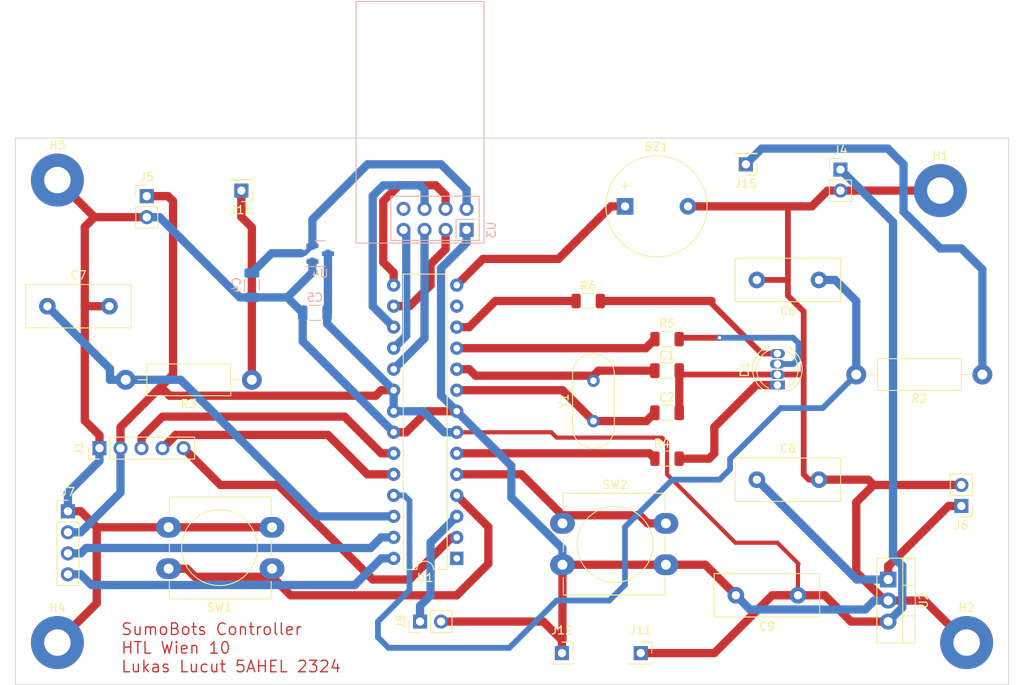
<source format=kicad_pcb>
(kicad_pcb (version 20211014) (generator pcbnew)
  (layers (0 "F.Cu" signal) (31 "B.Cu" signal) (34 "B.Paste" user) (35 "F.Paste" user) (36 "B.SilkS" user "B.Silkscreen") (37 "F.SilkS" user "F.Silkscreen") (38 "B.Mask" user) (39 "F.Mask" user) (44 "Edge.Cuts" user))
  (net 0 "")
  (net 1 "Net-(BZ1-Pad1)")
  (net 2 "Net-(C1-Pad1)")
  (net 4 "Net-(D1-Pad1)")
  (net 5 "Net-(C2-Pad1)")
  (net 6 "Net-(C7-Pad1)")
  (net 7 "Net-(C8-Pad1)")
  (net 8 "Net-(D1-Pad3)")
  (net 9 "Net-(D1-Pad4)")
  (net 10 "Net-(J8-Pad1)")
  (net 12 "+3V3")
  (net 13 "Net-(C6-Pad1)")
  (net 14 "Net-(J15-Pad1)")
  (net 15 "Net-(J1-Pad3)")
  (net 16 "Net-(J1-Pad4)")
  (net 17 "Net-(J1-Pad5)")
  (net 18 "/SDA")
  (net 19 "Net-(R3-Pad1)")
  (net 20 "/SCL")
  (net 21 "Net-(R4-Pad1)")
  (net 22 "Net-(R5-Pad1)")
  (net 23 "GND")
  (net 24 "Net-(R6-Pad1)")
  (net 25 "VCC")
  (net 26 "Net-(SW1-Pad1)")
  (net 27 "Net-(SW2-Pad1)")
  (net 28 "Net-(U1-Pad15)")
  (net 29 "Net-(U1-Pad16)")
  (net 30 "Net-(U1-Pad17)")
  (net 31 "Net-(U1-Pad18)")
  (net 32 "Net-(U1-Pad19)")
  (footprint "Capacitor_THT:C_Disc_D12.5mm_W5.0mm_P7.50mm" (layer "F.Cu") (at 177.105 137.795 180)
    (fp_text reference "C9" (at 3.75 -3.75) (layer "F.SilkS"))
    (fp_text value "100n")
    (pad "1" thru_hole circle (at 0 0 180) (size 2 2) (drill 1) (layers *.Cu *.Mask) (net 25 "VCC"))
    (pad "2" thru_hole circle (at 7.5 0 180) (size 2 2) (drill 1) (layers *.Cu *.Mask) (net 23 "GND"))
  )
  (footprint "Connector_PinSocket_2.54mm:PinSocket_1x01_P2.54mm_Vertical" (layer "F.Cu") (at 148.59 144.78)
    (fp_text reference "J12" (at 0 -2.77) (layer "F.SilkS"))
    (fp_text value "GND")
    (pad "1" thru_hole rect (at 0 0) (size 1.7 1.7) (drill 1) (layers *.Cu *.Mask) (net 23 "GND"))
  )
  (footprint "Button_Switch_THT:SW_PUSH-12mm_Wuerth-430476085716" (layer "F.Cu") (at 148.655 129.105)
    (fp_text reference "SW2" (at 6.35 -4.66) (layer "F.SilkS"))
    (fp_text value "SW_Push")
    (pad "1" thru_hole oval (at 0 0) (size 3 2.5) (drill 1.2) (layers *.Cu *.Mask) (net 27 "Net-(SW2-Pad1)"))
    (pad "1" thru_hole oval (at 12.5 0) (size 3 2.5) (drill 1.2) (layers *.Cu *.Mask) (net 27 "Net-(SW2-Pad1)"))
    (pad "2" thru_hole oval (at 0 5) (size 3 2.5) (drill 1.2) (layers *.Cu *.Mask) (net 23 "GND"))
    (pad "2" thru_hole oval (at 12.5 5) (size 3 2.5) (drill 1.2) (layers *.Cu *.Mask) (net 23 "GND"))
  )
  (footprint "Capacitor_THT:C_Disc_D12.5mm_W5.0mm_P7.50mm" (layer "F.Cu") (at 179.645 99.695 180)
    (fp_text reference "C6" (at 3.75 -3.75) (layer "F.SilkS"))
    (fp_text value "560n")
    (pad "1" thru_hole circle (at 0 0 180) (size 2 2) (drill 1) (layers *.Cu *.Mask) (net 13 "Net-(C6-Pad1)"))
    (pad "2" thru_hole circle (at 7.5 0 180) (size 2 2) (drill 1) (layers *.Cu *.Mask) (net 23 "GND"))
  )
  (footprint "Package_TO_SOT_THT:TO-220-3_Vertical" (layer "F.Cu") (at 188.01 135.89 -90)
    (fp_text reference "U2" (at 2.54 -4.27 90) (layer "F.SilkS"))
    (fp_text value "LM7805_TO220")
    (pad "1" thru_hole rect (at 0 0 270) (size 1.905 2) (drill 1.1) (layers *.Cu *.Mask) (net 7 "Net-(C8-Pad1)"))
    (pad "2" thru_hole oval (at 2.54 0 270) (size 1.905 2) (drill 1.1) (layers *.Cu *.Mask) (net 23 "GND"))
    (pad "3" thru_hole oval (at 5.08 0 270) (size 1.905 2) (drill 1.1) (layers *.Cu *.Mask) (net 25 "VCC"))
  )
  (footprint "MountingHole:MountingHole_3.2mm_M3_Pad" (layer "F.Cu") (at 194.31 88.9)
    (fp_text reference "H1" (at 0 -4.2) (layer "F.SilkS"))
    (fp_text value "MountingHole_Pad")
    (pad "1" thru_hole circle (at 0 0) (size 6.4 6.4) (drill 3.2) (layers *.Cu *.Mask) (net 23 "GND"))
  )
  (footprint "Buzzer_Beeper:Buzzer_12x9.5RM7.6" (layer "F.Cu") (at 156.22 90.805)
    (fp_text reference "BZ1" (at 3.8 -7.2) (layer "F.SilkS"))
    (fp_text value "Buzzer")
    (fp_text user "+" (at -0.01 -2.54) (layer "F.SilkS"))
    (pad "1" thru_hole rect (at 0 0) (size 2 2) (drill 1) (layers *.Cu *.Mask) (net 1 "Net-(BZ1-Pad1)"))
    (pad "2" thru_hole circle (at 7.6 0) (size 2 2) (drill 1) (layers *.Cu *.Mask) (net 23 "GND"))
  )
  (footprint "Connector_PinHeader_2.54mm:PinHeader_1x02_P2.54mm_Vertical" (layer "F.Cu") (at 98.425 89.57)
    (fp_text reference "J5" (at 0 -2.33) (layer "F.SilkS"))
    (fp_text value "Vcc_Reverse")
    (pad "1" thru_hole rect (at 0 0) (size 1.7 1.7) (drill 1) (layers *.Cu *.Mask) (net 25 "VCC"))
    (pad "2" thru_hole oval (at 0 2.54) (size 1.7 1.7) (drill 1) (layers *.Cu *.Mask) (net 23 "GND"))
  )
  (footprint "Resistor_THT:R_Axial_DIN0411_L9.9mm_D3.6mm_P15.24mm_Horizontal" (layer "F.Cu") (at 111.125 111.76 180)
    (fp_text reference "R3" (at 7.62 -2.92) (layer "F.SilkS"))
    (fp_text value "1k")
    (pad "1" thru_hole circle (at 0 0 180) (size 2.4 2.4) (drill 1.2) (layers *.Cu *.Mask) (net 19 "Net-(R3-Pad1)"))
    (pad "2" thru_hole oval (at 15.24 0 180) (size 2.4 2.4) (drill 1.2) (layers *.Cu *.Mask) (net 6 "Net-(C7-Pad1)"))
  )
  (footprint "Connector_PinHeader_2.54mm:PinHeader_1x02_P2.54mm_Vertical" (layer "F.Cu") (at 196.85 127.005 180)
    (fp_text reference "J6" (at 0 -2.33) (layer "F.SilkS"))
    (fp_text value "9V_Connector")
    (pad "1" thru_hole rect (at 0 0 180) (size 1.7 1.7) (drill 1) (layers *.Cu *.Mask) (net 7 "Net-(C8-Pad1)"))
    (pad "2" thru_hole oval (at 0 2.54 180) (size 1.7 1.7) (drill 1) (layers *.Cu *.Mask) (net 23 "GND"))
  )
  (footprint "Resistor_THT:R_Axial_DIN0411_L9.9mm_D3.6mm_P15.24mm_Horizontal" (layer "F.Cu") (at 199.39 111.125 180)
    (fp_text reference "R2" (at 7.62 -2.92) (layer "F.SilkS"))
    (fp_text value "1k")
    (pad "1" thru_hole circle (at 0 0 180) (size 2.4 2.4) (drill 1.2) (layers *.Cu *.Mask) (net 14 "Net-(J15-Pad1)"))
    (pad "2" thru_hole oval (at 15.24 0 180) (size 2.4 2.4) (drill 1.2) (layers *.Cu *.Mask) (net 13 "Net-(C6-Pad1)"))
  )
  (footprint "Connector_PinHeader_2.54mm:PinHeader_1x01_P2.54mm_Vertical" (layer "F.Cu") (at 109.855 88.9 180)
    (fp_text reference "J16" (at 0 -2.33) (layer "F.SilkS"))
    (fp_text value "Reserve_Trigger")
    (pad "1" thru_hole rect (at 0 0 180) (size 1.7 1.7) (drill 1) (layers *.Cu *.Mask) (net 19 "Net-(R3-Pad1)"))
  )
  (footprint "LED_THT:LED_D5.0mm-4_RGB" (layer "F.Cu") (at 174.625 112.395 90)
    (fp_text reference "D1" (at 1.905 -3.96 90) (layer "F.SilkS"))
    (fp_text value "APA-106-F5")
    (pad "1" thru_hole rect (at 0 0 90) (size 1.07 1.8) (drill 0.9) (layers *.Cu *.Mask) (net 4 "Net-(D1-Pad1)"))
    (pad "2" thru_hole oval (at 1.27 0 90) (size 1.07 1.8) (drill 0.9) (layers *.Cu *.Mask) (net 23 "GND"))
    (pad "3" thru_hole oval (at 2.54 0 90) (size 1.07 1.8) (drill 0.9) (layers *.Cu *.Mask) (net 8 "Net-(D1-Pad3)"))
    (pad "4" thru_hole oval (at 3.81 0 90) (size 1.07 1.8) (drill 0.9) (layers *.Cu *.Mask) (net 9 "Net-(D1-Pad4)"))
  )
  (footprint "Connector_PinHeader_2.54mm:PinHeader_1x04_P2.54mm_Vertical" (layer "F.Cu") (at 88.9 127.645)
    (fp_text reference "J7" (at 0 -2.33) (layer "F.SilkS"))
    (fp_text value "I2C_LCD_Display")
    (pad "1" thru_hole rect (at 0 0) (size 1.7 1.7) (drill 1) (layers *.Cu *.Mask) (net 23 "GND"))
    (pad "2" thru_hole oval (at 0 2.54) (size 1.7 1.7) (drill 1) (layers *.Cu *.Mask) (net 25 "VCC"))
    (pad "3" thru_hole oval (at 0 5.08) (size 1.7 1.7) (drill 1) (layers *.Cu *.Mask) (net 18 "/SDA"))
    (pad "4" thru_hole oval (at 0 7.62) (size 1.7 1.7) (drill 1) (layers *.Cu *.Mask) (net 20 "/SCL"))
  )
  (footprint "Resistor_SMD:R_1206_3216Metric" (layer "F.Cu") (at 161.29 106.845)
    (fp_text reference "R5" (at 0 -1.905) (layer "F.SilkS"))
    (fp_text value "330E")
    (pad "1" smd roundrect (at -1.4625 0) (size 1.125 1.75) (layers "F.Cu" "F.Paste" "F.Mask") (roundrect_rratio 0.2222222222) (net 22 "Net-(R5-Pad1)"))
    (pad "2" smd roundrect (at 1.4625 0) (size 1.125 1.75) (layers "F.Cu" "F.Paste" "F.Mask") (roundrect_rratio 0.2222222222) (net 8 "Net-(D1-Pad3)"))
  )
  (footprint "Capacitor_SMD:C_1206_3216Metric" (layer "F.Cu") (at 161.29 110.655)
    (fp_text reference "C1" (at 0 -1.85) (layer "F.SilkS"))
    (fp_text value "22p")
    (pad "1" smd roundrect (at -1.475 0) (size 1.15 1.8) (layers "F.Cu" "F.Paste" "F.Mask") (roundrect_rratio 0.2173913043) (net 2 "Net-(C1-Pad1)"))
    (pad "2" smd roundrect (at 1.475 0) (size 1.15 1.8) (layers "F.Cu" "F.Paste" "F.Mask") (roundrect_rratio 0.2173913043) (net 23 "GND"))
  )
  (footprint "Resistor_SMD:R_1206_3216Metric" (layer "F.Cu") (at 161.29 121.285)
    (fp_text reference "R4" (at -0.635 -1.82) (layer "F.SilkS"))
    (fp_text value "330E")
    (pad "1" smd roundrect (at -1.4625 0) (size 1.125 1.75) (layers "F.Cu" "F.Paste" "F.Mask") (roundrect_rratio 0.2222222222) (net 21 "Net-(R4-Pad1)"))
    (pad "2" smd roundrect (at 1.4625 0) (size 1.125 1.75) (layers "F.Cu" "F.Paste" "F.Mask") (roundrect_rratio 0.2222222222) (net 4 "Net-(D1-Pad1)"))
  )
  (footprint "MountingHole:MountingHole_3.2mm_M3_Pad" (layer "F.Cu") (at 87.63 143.51)
    (fp_text reference "H4" (at 0 -4.2) (layer "F.SilkS"))
    (fp_text value "MountingHole_Pad")
    (pad "1" thru_hole circle (at 0 0) (size 6.4 6.4) (drill 3.2) (layers *.Cu *.Mask) (net 23 "GND"))
  )
  (footprint "Capacitor_SMD:C_1206_3216Metric" (layer "F.Cu") (at 161.29 115.735)
    (fp_text reference "C2" (at 0 -1.85) (layer "F.SilkS"))
    (fp_text value "22p")
    (pad "1" smd roundrect (at -1.475 0) (size 1.15 1.8) (layers "F.Cu" "F.Paste" "F.Mask") (roundrect_rratio 0.2173913043) (net 5 "Net-(C2-Pad1)"))
    (pad "2" smd roundrect (at 1.475 0) (size 1.15 1.8) (layers "F.Cu" "F.Paste" "F.Mask") (roundrect_rratio 0.2173913043) (net 23 "GND"))
  )
  (footprint "Button_Switch_THT:SW_PUSH-12mm_Wuerth-430476085716" (layer "F.Cu") (at 113.565 134.58 180)
    (fp_text reference "SW1" (at 6.35 -4.66) (layer "F.SilkS"))
    (fp_text value "SW_Push")
    (pad "1" thru_hole oval (at 0 0 180) (size 3 2.5) (drill 1.2) (layers *.Cu *.Mask) (net 26 "Net-(SW1-Pad1)"))
    (pad "1" thru_hole oval (at 12.5 0 180) (size 3 2.5) (drill 1.2) (layers *.Cu *.Mask) (net 26 "Net-(SW1-Pad1)"))
    (pad "2" thru_hole oval (at 0 5 180) (size 3 2.5) (drill 1.2) (layers *.Cu *.Mask) (net 23 "GND"))
    (pad "2" thru_hole oval (at 12.5 5 180) (size 3 2.5) (drill 1.2) (layers *.Cu *.Mask) (net 23 "GND"))
  )
  (footprint "Connector_PinHeader_2.54mm:PinHeader_1x01_P2.54mm_Vertical" (layer "F.Cu") (at 170.815 85.725 180)
    (fp_text reference "J15" (at 0 -2.33) (layer "F.SilkS"))
    (fp_text value "Gas_Trigger")
    (pad "1" thru_hole rect (at 0 0 180) (size 1.7 1.7) (drill 1) (layers *.Cu *.Mask) (net 14 "Net-(J15-Pad1)"))
  )
  (footprint "MountingHole:MountingHole_3.2mm_M3_Pad" (layer "F.Cu") (at 87.63 87.63)
    (fp_text reference "H3" (at 0 -4.2) (layer "F.SilkS"))
    (fp_text value "MountingHole_Pad")
    (pad "1" thru_hole circle (at 0 0) (size 6.4 6.4) (drill 3.2) (layers *.Cu *.Mask) (net 23 "GND"))
  )
  (footprint "Connector_PinHeader_2.54mm:PinHeader_1x02_P2.54mm_Vertical" (layer "F.Cu") (at 182.245 86.355)
    (fp_text reference "J4" (at 0 -2.33) (layer "F.SilkS"))
    (fp_text value "Vcc_Gas")
    (pad "1" thru_hole rect (at 0 0) (size 1.7 1.7) (drill 1) (layers *.Cu *.Mask) (net 25 "VCC"))
    (pad "2" thru_hole oval (at 0 2.54) (size 1.7 1.7) (drill 1) (layers *.Cu *.Mask) (net 23 "GND"))
  )
  (footprint "Package_DIP:DIP-28_W7.62mm" (layer "F.Cu") (at 135.88 133.34 180)
    (fp_text reference "U1" (at 3.81 -2.33) (layer "F.SilkS"))
    (fp_text value "ATmega328P-P")
    (pad "1" thru_hole rect (at 0 0 180) (size 1.6 1.6) (drill 0.8) (layers *.Cu *.Mask))
    (pad "2" thru_hole oval (at 0 2.54 180) (size 1.6 1.6) (drill 0.8) (layers *.Cu *.Mask) (net 17 "Net-(J1-Pad5)"))
    (pad "3" thru_hole oval (at 0 5.08 180) (size 1.6 1.6) (drill 0.8) (layers *.Cu *.Mask) (net 10 "Net-(J8-Pad1)"))
    (pad "4" thru_hole oval (at 0 7.62 180) (size 1.6 1.6) (drill 0.8) (layers *.Cu *.Mask) (net 26 "Net-(SW1-Pad1)"))
    (pad "5" thru_hole oval (at 0 10.16 180) (size 1.6 1.6) (drill 0.8) (layers *.Cu *.Mask) (net 27 "Net-(SW2-Pad1)"))
    (pad "6" thru_hole oval (at 0 12.7 180) (size 1.6 1.6) (drill 0.8) (layers *.Cu *.Mask) (net 21 "Net-(R4-Pad1)"))
    (pad "7" thru_hole oval (at 0 15.24 180) (size 1.6 1.6) (drill 0.8) (layers *.Cu *.Mask) (net 25 "VCC"))
    (pad "8" thru_hole oval (at 0 17.78 180) (size 1.6 1.6) (drill 0.8) (layers *.Cu *.Mask) (net 23 "GND"))
    (pad "9" thru_hole oval (at 0 20.32 180) (size 1.6 1.6) (drill 0.8) (layers *.Cu *.Mask) (net 5 "Net-(C2-Pad1)"))
    (pad "10" thru_hole oval (at 0 22.86 180) (size 1.6 1.6) (drill 0.8) (layers *.Cu *.Mask) (net 2 "Net-(C1-Pad1)"))
    (pad "11" thru_hole oval (at 0 25.4 180) (size 1.6 1.6) (drill 0.8) (layers *.Cu *.Mask) (net 22 "Net-(R5-Pad1)"))
    (pad "12" thru_hole oval (at 0 27.94 180) (size 1.6 1.6) (drill 0.8) (layers *.Cu *.Mask) (net 24 "Net-(R6-Pad1)"))
    (pad "13" thru_hole oval (at 0 30.48 180) (size 1.6 1.6) (drill 0.8) (layers *.Cu *.Mask))
    (pad "14" thru_hole oval (at 0 33.02 180) (size 1.6 1.6) (drill 0.8) (layers *.Cu *.Mask) (net 1 "Net-(BZ1-Pad1)"))
    (pad "15" thru_hole oval (at 7.62 33.02 180) (size 1.6 1.6) (drill 0.8) (layers *.Cu *.Mask) (net 28 "Net-(U1-Pad15)"))
    (pad "16" thru_hole oval (at 7.62 30.48 180) (size 1.6 1.6) (drill 0.8) (layers *.Cu *.Mask) (net 29 "Net-(U1-Pad16)"))
    (pad "17" thru_hole oval (at 7.62 27.94 180) (size 1.6 1.6) (drill 0.8) (layers *.Cu *.Mask) (net 30 "Net-(U1-Pad17)"))
    (pad "18" thru_hole oval (at 7.62 25.4 180) (size 1.6 1.6) (drill 0.8) (layers *.Cu *.Mask) (net 31 "Net-(U1-Pad18)"))
    (pad "19" thru_hole oval (at 7.62 22.86 180) (size 1.6 1.6) (drill 0.8) (layers *.Cu *.Mask) (net 32 "Net-(U1-Pad19)"))
    (pad "20" thru_hole oval (at 7.62 20.32 180) (size 1.6 1.6) (drill 0.8) (layers *.Cu *.Mask) (net 25 "VCC"))
    (pad "21" thru_hole oval (at 7.62 17.78 180) (size 1.6 1.6) (drill 0.8) (layers *.Cu *.Mask) (net 25 "VCC"))
    (pad "22" thru_hole oval (at 7.62 15.24 180) (size 1.6 1.6) (drill 0.8) (layers *.Cu *.Mask) (net 23 "GND"))
    (pad "23" thru_hole oval (at 7.62 12.7 180) (size 1.6 1.6) (drill 0.8) (layers *.Cu *.Mask) (net 15 "Net-(J1-Pad3)"))
    (pad "24" thru_hole oval (at 7.62 10.16 180) (size 1.6 1.6) (drill 0.8) (layers *.Cu *.Mask) (net 16 "Net-(J1-Pad4)"))
    (pad "25" thru_hole oval (at 7.62 7.62 180) (size 1.6 1.6) (drill 0.8) (layers *.Cu *.Mask) (net 13 "Net-(C6-Pad1)"))
    (pad "26" thru_hole oval (at 7.62 5.08 180) (size 1.6 1.6) (drill 0.8) (layers *.Cu *.Mask) (net 6 "Net-(C7-Pad1)"))
    (pad "27" thru_hole oval (at 7.62 2.54 180) (size 1.6 1.6) (drill 0.8) (layers *.Cu *.Mask) (net 18 "/SDA"))
    (pad "28" thru_hole oval (at 7.62 0 180) (size 1.6 1.6) (drill 0.8) (layers *.Cu *.Mask) (net 20 "/SCL"))
  )
  (footprint "Capacitor_THT:C_Disc_D12.5mm_W5.0mm_P7.50mm" (layer "F.Cu") (at 172.145 123.825)
    (fp_text reference "C8" (at 3.75 -3.75) (layer "F.SilkS"))
    (fp_text value "300n")
    (pad "1" thru_hole circle (at 0 0) (size 2 2) (drill 1) (layers *.Cu *.Mask) (net 7 "Net-(C8-Pad1)"))
    (pad "2" thru_hole circle (at 7.5 0) (size 2 2) (drill 1) (layers *.Cu *.Mask) (net 23 "GND"))
  )
  (footprint "Connector_PinHeader_2.54mm:PinHeader_1x05_P2.54mm_Vertical" (layer "F.Cu") (at 92.715 120.015 90)
    (fp_text reference "J1" (at 0 -2.545 90) (layer "F.SilkS"))
    (fp_text value "Joystick")
    (pad "1" thru_hole rect (at 0 0 90) (size 1.7 1.7) (drill 1) (layers *.Cu *.Mask) (net 23 "GND"))
    (pad "2" thru_hole oval (at 0 2.54 90) (size 1.7 1.7) (drill 1) (layers *.Cu *.Mask) (net 25 "VCC"))
    (pad "3" thru_hole oval (at 0 5.08 90) (size 1.7 1.7) (drill 1) (layers *.Cu *.Mask) (net 15 "Net-(J1-Pad3)"))
    (pad "4" thru_hole oval (at 0 7.62 90) (size 1.7 1.7) (drill 1) (layers *.Cu *.Mask) (net 16 "Net-(J1-Pad4)"))
    (pad "5" thru_hole oval (at 0 10.16 90) (size 1.7 1.7) (drill 1) (layers *.Cu *.Mask) (net 17 "Net-(J1-Pad5)"))
  )
  (footprint "Resistor_SMD:R_1206_3216Metric" (layer "F.Cu") (at 151.765 102.235)
    (fp_text reference "R6" (at 0 -1.82) (layer "F.SilkS"))
    (fp_text value "330E")
    (pad "1" smd roundrect (at -1.4625 0) (size 1.125 1.75) (layers "F.Cu" "F.Paste" "F.Mask") (roundrect_rratio 0.2222222222) (net 24 "Net-(R6-Pad1)"))
    (pad "2" smd roundrect (at 1.4625 0) (size 1.125 1.75) (layers "F.Cu" "F.Paste" "F.Mask") (roundrect_rratio 0.2222222222) (net 9 "Net-(D1-Pad4)"))
  )
  (footprint "Connector_PinHeader_2.54mm:PinHeader_1x02_P2.54mm_Vertical" (layer "F.Cu") (at 131.445 140.97 90)
    (fp_text reference "J8" (at 0 -2.33 90) (layer "F.SilkS"))
    (fp_text value "Auto_Mode_Switch")
    (pad "1" thru_hole rect (at 0 0 90) (size 1.7 1.7) (drill 1) (layers *.Cu *.Mask) (net 10 "Net-(J8-Pad1)"))
    (pad "2" thru_hole oval (at 0 2.54 90) (size 1.7 1.7) (drill 1) (layers *.Cu *.Mask) (net 23 "GND"))
  )
  (footprint "MountingHole:MountingHole_3.2mm_M3_Pad" (layer "F.Cu") (at 197.485 143.51)
    (fp_text reference "H2" (at 0 -4.2) (layer "F.SilkS"))
    (fp_text value "MountingHole_Pad")
    (pad "1" thru_hole circle (at 0 0) (size 6.4 6.4) (drill 3.2) (layers *.Cu *.Mask) (net 23 "GND"))
  )
  (footprint "Connector_PinSocket_2.54mm:PinSocket_1x01_P2.54mm_Vertical" (layer "F.Cu") (at 158.115 144.78)
    (fp_text reference "J11" (at 0 -2.77) (layer "F.SilkS"))
    (fp_text value "Vcc")
    (pad "1" thru_hole rect (at 0 0) (size 1.7 1.7) (drill 1) (layers *.Cu *.Mask) (net 25 "VCC"))
  )
  (footprint "Capacitor_THT:C_Disc_D12.5mm_W5.0mm_P7.50mm" (layer "F.Cu") (at 86.42 102.87)
    (fp_text reference "C7" (at 3.75 -3.75) (layer "F.SilkS"))
    (fp_text value "560n")
    (pad "1" thru_hole circle (at 0 0) (size 2 2) (drill 1) (layers *.Cu *.Mask) (net 6 "Net-(C7-Pad1)"))
    (pad "2" thru_hole circle (at 7.5 0) (size 2 2) (drill 1) (layers *.Cu *.Mask) (net 23 "GND"))
  )
  (footprint "Crystal:Crystal_HC49-4H_Vertical" (layer "F.Cu") (at 152.4 116.75 90)
    (fp_text reference "Y1" (at 2.44 -3.525 90) (layer "F.SilkS"))
    (fp_text value "16MHz")
    (pad "1" thru_hole circle (at 0 0 90) (size 1.5 1.5) (drill 0.8) (layers *.Cu *.Mask) (net 5 "Net-(C2-Pad1)"))
    (pad "2" thru_hole circle (at 4.88 0 90) (size 1.5 1.5) (drill 0.8) (layers *.Cu *.Mask) (net 2 "Net-(C1-Pad1)"))
  )
  (footprint "Capacitor_SMD:C_1206_3216Metric" (layer "B.Cu") (at 118.745 103.67 180)
    (fp_text reference "C5" (at 0 1.85) (layer "B.SilkS") (effects (justify mirror)))
    (fp_text value "470nF")
    (pad "1" smd roundrect (at -1.475 0 180) (size 1.15 1.8) (layers "B.Cu" "B.Paste" "B.Mask") (roundrect_rratio 0.2173913043) (net 25 "VCC"))
    (pad "2" smd roundrect (at 1.475 0 180) (size 1.15 1.8) (layers "B.Cu" "B.Paste" "B.Mask") (roundrect_rratio 0.2173913043) (net 23 "GND"))
  )
  (footprint "Package_TO_SOT_SMD:SOT-23" (layer "B.Cu") (at 119.38 96.52)
    (fp_text reference "U4" (at 0 2.4) (layer "B.SilkS") (effects (justify mirror)))
    (fp_text value "MCP1703Ax-120xxTT")
    (pad "1" smd roundrect (at -0.9375 0.95) (size 1.475 0.6) (layers "B.Cu" "B.Paste" "B.Mask") (net 23 "GND"))
    (pad "2" smd roundrect (at -0.9375 -0.95) (size 1.475 0.6) (layers "B.Cu" "B.Paste" "B.Mask") (net 12 "+3V3"))
    (pad "3" smd roundrect (at 0.9375 0) (size 1.475 0.6) (layers "B.Cu" "B.Paste" "B.Mask") (net 25 "VCC"))
  )
  (footprint "RF_Module:nRF24L01_Breakout" (layer "B.Cu") (at 137.07 93.645 90)
    (fp_text reference "U3" (at 0 3 90) (layer "B.SilkS") (effects (justify mirror)))
    (fp_text value "NRF24L01_Breakout")
    (pad "1" thru_hole rect (at 0 0 90) (size 1.7 1.7) (drill 1) (layers *.Cu *.Mask) (net 23 "GND"))
    (pad "2" thru_hole circle (at 2.54 0 90) (size 1.7 1.7) (drill 1) (layers *.Cu *.Mask) (net 12 "+3V3"))
    (pad "3" thru_hole circle (at 0 -2.54 90) (size 1.7 1.7) (drill 1) (layers *.Cu *.Mask) (net 29 "Net-(U1-Pad16)"))
    (pad "4" thru_hole circle (at 2.54 -2.54 90) (size 1.7 1.7) (drill 1) (layers *.Cu *.Mask) (net 28 "Net-(U1-Pad15)"))
    (pad "5" thru_hole circle (at 0 -5.08 90) (size 1.7 1.7) (drill 1) (layers *.Cu *.Mask) (net 32 "Net-(U1-Pad19)"))
    (pad "6" thru_hole circle (at 2.54 -5.08 90) (size 1.7 1.7) (drill 1) (layers *.Cu *.Mask) (net 30 "Net-(U1-Pad17)"))
    (pad "7" thru_hole circle (at 0 -7.62 90) (size 1.7 1.7) (drill 1) (layers *.Cu *.Mask) (net 31 "Net-(U1-Pad18)"))
    (pad "8" thru_hole circle (at 2.54 -7.62 90) (size 1.7 1.7) (drill 1) (layers *.Cu *.Mask))
  )
  (footprint "Capacitor_SMD:C_1206_3216Metric" (layer "B.Cu") (at 111.125 100.33 -90)
    (fp_text reference "C4" (at 0 1.85 90) (layer "B.SilkS") (effects (justify mirror)))
    (fp_text value "470nF")
    (pad "1" smd roundrect (at -1.475 0 270) (size 1.15 1.8) (layers "B.Cu" "B.Paste" "B.Mask") (roundrect_rratio 0.2173913043) (net 12 "+3V3"))
    (pad "2" smd roundrect (at 1.475 0 270) (size 1.15 1.8) (layers "B.Cu" "B.Paste" "B.Mask") (roundrect_rratio 0.2173913043) (net 23 "GND"))
  )
  (gr_line (start 82.55 82.55) (end 202.565 82.55) (layer "Edge.Cuts") (width 0.1))
  (gr_line (start 202.565 148.59) (end 82.55 148.59) (layer "Edge.Cuts") (width 0.1))
  (gr_line (start 82.55 148.59) (end 82.55 82.55) (layer "Edge.Cuts") (width 0.1))
  (gr_line (start 202.565 82.55) (end 202.565 148.59) (layer "Edge.Cuts") (width 0.1))
  (gr_text "SumoBots Controller \nHTL Wien 10\nLukas Lucut 5AHEL 2324" (at 95.25 144.145) (layer "F.Cu") (effects (font (size 1.4 1.4)) (justify left)))
  (segment (start 135.88 100.32) (end 139.045 97.155) (width 1) (layer "F.Cu") (net 1))
  (segment (start 148.1681 97.155) (end 154.5181 90.805) (width 1) (layer "F.Cu") (net 1))
  (segment (start 139.045 97.155) (end 148.1681 97.155) (width 1) (layer "F.Cu") (net 1))
  (segment (start 154.5181 90.805) (end 156.22 90.805) (width 1) (layer "F.Cu") (net 1))
  (segment (start 138.1644 111.2625) (end 137.3819 110.48) (width 1) (layer "F.Cu") (net 2))
  (segment (start 153.0075 110.655) (end 152.4 111.2625) (width 1) (layer "F.Cu") (net 2))
  (segment (start 135.88 110.48) (end 137.3819 110.48) (width 1) (layer "F.Cu") (net 2))
  (segment (start 159.815 110.655) (end 153.0075 110.655) (width 1) (layer "F.Cu") (net 2))
  (segment (start 152.4 111.2625) (end 138.1644 111.2625) (width 1) (layer "F.Cu") (net 2))
  (segment (start 152.4 111.87) (end 152.4 111.2625) (width 1) (layer "F.Cu") (net 2))
  (segment (start 174.625 112.395) (end 172.085 112.395) (width 1) (layer "F.Cu") (net 4))
  (segment (start 167.005 120.65) (end 166.37 121.285) (width 1) (layer "F.Cu") (net 4))
  (segment (start 167.005 117.475) (end 167.005 120.65) (width 1) (layer "F.Cu") (net 4))
  (segment (start 166.37 121.285) (end 162.7525 121.285) (width 1) (layer "F.Cu") (net 4))
  (segment (start 172.085 112.395) (end 167.005 117.475) (width 1) (layer "F.Cu") (net 4))
  (segment (start 148.67 113.02) (end 137.3819 113.02) (width 1) (layer "F.Cu") (net 5))
  (segment (start 158.8 116.75) (end 159.815 115.735) (width 1) (layer "F.Cu") (net 5))
  (segment (start 152.4 116.75) (end 158.8 116.75) (width 1) (layer "F.Cu") (net 5))
  (segment (start 135.88 113.02) (end 137.3819 113.02) (width 1) (layer "F.Cu") (net 5))
  (segment (start 152.4 116.75) (end 148.67 113.02) (width 1) (layer "F.Cu") (net 5))
  (segment (start 128.26 128.26) (end 119.02 128.26) (width 1) (layer "B.Cu") (net 6))
  (segment (start 119.02 128.26) (end 102.52 111.76) (width 1) (layer "B.Cu") (net 6))
  (segment (start 102.52 111.76) (end 95.885 111.76) (width 1) (layer "B.Cu") (net 6))
  (segment (start 93.9831 110.4331) (end 93.9831 111.76) (width 1) (layer "B.Cu") (net 6))
  (segment (start 95.885 111.76) (end 93.9831 111.76) (width 1) (layer "B.Cu") (net 6))
  (segment (start 86.42 102.87) (end 93.9831 110.4331) (width 1) (layer "B.Cu") (net 6))
  (segment (start 188.01 135.89) (end 188.01 134.2356) (width 1) (layer "F.Cu") (net 7))
  (segment (start 196.85 127.005) (end 195.2981 127.005) (width 1) (layer "F.Cu") (net 7))
  (segment (start 188.01 134.2356) (end 188.0675 134.2356) (width 1) (layer "F.Cu") (net 7))
  (segment (start 188.0675 134.2356) (end 195.2981 127.005) (width 1) (layer "F.Cu") (net 7))
  (segment (start 184.21 135.89) (end 188.01 135.89) (width 1) (layer "B.Cu") (net 7))
  (segment (start 172.145 123.825) (end 184.21 135.89) (width 1) (layer "B.Cu") (net 7))
  (segment (start 167.64 106.68) (end 162.9175 106.68) (width 0.7) (layer "F.Cu") (net 8))
  (segment (start 162.9175 106.68) (end 162.7525 106.845) (width 0.7) (layer "F.Cu") (net 8))
  (via (at 167.64 106.68) (size 0.8) (drill 0.4) (layers "F.Cu" "B.Cu") (net 8))
  (segment (start 176.53 109.855) (end 177.165 109.22) (width 0.7) (layer "B.Cu") (net 8))
  (segment (start 176.53 106.68) (end 175.26 106.68) (width 0.7) (layer "B.Cu") (net 8))
  (segment (start 177.165 109.22) (end 177.165 107.315) (width 0.7) (layer "B.Cu") (net 8))
  (segment (start 175.26 106.68) (end 167.64 106.68) (width 0.7) (layer "B.Cu") (net 8))
  (segment (start 177.165 107.315) (end 176.53 106.68) (width 0.7) (layer "B.Cu") (net 8))
  (segment (start 174.625 109.855) (end 176.53 109.855) (width 0.7) (layer "B.Cu") (net 8))
  (segment (start 174.625 108.585) (end 172.72 108.585) (width 0.7) (layer "F.Cu") (net 9))
  (segment (start 153.2275 102.235) (end 166.6731 102.235) (width 1) (layer "F.Cu") (net 9))
  (segment (start 166.6731 102.5381) (end 166.6731 102.235) (width 0.7) (layer "F.Cu") (net 9))
  (segment (start 172.72 108.585) (end 166.6731 102.5381) (width 0.7) (layer "F.Cu") (net 9))
  (segment (start 131.445 139.065) (end 131.445 140.97) (width 1) (layer "B.Cu") (net 10))
  (segment (start 132.715 137.795) (end 131.445 139.065) (width 1) (layer "B.Cu") (net 10))
  (segment (start 132.715 131.425) (end 132.715 137.795) (width 1) (layer "B.Cu") (net 10))
  (segment (start 135.88 128.26) (end 132.715 131.425) (width 1) (layer "B.Cu") (net 10))
  (segment (start 125.095 85.725) (end 118.4425 92.3775) (width 1) (layer "B.Cu") (net 12))
  (segment (start 111.125 98.855) (end 113.511 96.469) (width 1) (layer "B.Cu") (net 12))
  (segment (start 137.07 91.105) (end 137.07 88.81) (width 1) (layer "B.Cu") (net 12))
  (segment (start 133.985 85.725) (end 125.095 85.725) (width 1) (layer "B.Cu") (net 12))
  (segment (start 118.4425 92.3775) (end 118.4425 95.57) (width 1) (layer "B.Cu") (net 12))
  (segment (start 117.0891 96.469) (end 117.5435 96.469) (width 0.601) (layer "B.Cu") (net 12))
  (segment (start 117.5435 96.469) (end 118.4425 95.57) (width 0.601) (layer "B.Cu") (net 12))
  (segment (start 113.511 96.469) (end 117.0891 96.469) (width 1) (layer "B.Cu") (net 12))
  (segment (start 137.07 88.81) (end 133.985 85.725) (width 1) (layer "B.Cu") (net 12))
  (segment (start 147.955 138.43) (end 154.305 138.43) (width 0.7) (layer "B.Cu") (net 13))
  (segment (start 175.0189 115.1761) (end 180.0989 115.1761) (width 0.7) (layer "B.Cu") (net 13))
  (segment (start 168.91 122.555) (end 168.91 121.285) (width 0.7) (layer "B.Cu") (net 13))
  (segment (start 167.64 123.825) (end 168.91 122.555) (width 0.7) (layer "B.Cu") (net 13))
  (segment (start 126.365 142.875) (end 127.635 144.145) (width 0.7) (layer "B.Cu") (net 13))
  (segment (start 168.91 121.285) (end 175.0189 115.1761) (width 0.7) (layer "B.Cu") (net 13))
  (segment (start 156.21 129.54) (end 161.925 123.825) (width 0.7) (layer "B.Cu") (net 13))
  (segment (start 181.61 99.695) (end 184.15 102.235) (width 1) (layer "B.Cu") (net 13))
  (segment (start 129.53 125.72) (end 130.175 126.365) (width 0.7) (layer "B.Cu") (net 13))
  (segment (start 179.645 99.695) (end 181.61 99.695) (width 1) (layer "B.Cu") (net 13))
  (segment (start 128.26 125.72) (end 129.53 125.72) (width 0.7) (layer "B.Cu") (net 13))
  (segment (start 127.635 144.145) (end 142.24 144.145) (width 0.7) (layer "B.Cu") (net 13))
  (segment (start 126.365 140.97) (end 126.365 142.875) (width 0.7) (layer "B.Cu") (net 13))
  (segment (start 142.24 144.145) (end 147.955 138.43) (width 0.7) (layer "B.Cu") (net 13))
  (segment (start 130.175 126.365) (end 130.175 137.16) (width 0.7) (layer "B.Cu") (net 13))
  (segment (start 154.305 138.43) (end 156.21 136.525) (width 0.7) (layer "B.Cu") (net 13))
  (segment (start 156.21 136.525) (end 156.21 129.54) (width 0.7) (layer "B.Cu") (net 13))
  (segment (start 184.15 102.235) (end 184.15 111.125) (width 1) (layer "B.Cu") (net 13))
  (segment (start 130.175 137.16) (end 126.365 140.97) (width 0.7) (layer "B.Cu") (net 13))
  (segment (start 180.0989 115.1761) (end 184.15 111.125) (width 0.7) (layer "B.Cu") (net 13))
  (segment (start 161.925 123.825) (end 167.64 123.825) (width 0.7) (layer "B.Cu") (net 13))
  (segment (start 187.96 83.82) (end 172.72 83.82) (width 1) (layer "B.Cu") (net 14))
  (segment (start 199.39 98.425) (end 196.85 95.885) (width 1) (layer "B.Cu") (net 14))
  (segment (start 172.72 83.82) (end 170.815 85.725) (width 1) (layer "B.Cu") (net 14))
  (segment (start 196.85 95.885) (end 194.31 95.885) (width 1) (layer "B.Cu") (net 14))
  (segment (start 189.865 91.44) (end 189.865 85.725) (width 1) (layer "B.Cu") (net 14))
  (segment (start 199.39 111.125) (end 199.39 98.425) (width 1) (layer "B.Cu") (net 14))
  (segment (start 189.865 85.725) (end 187.96 83.82) (width 1) (layer "B.Cu") (net 14))
  (segment (start 194.31 95.885) (end 189.865 91.44) (width 1) (layer "B.Cu") (net 14))
  (segment (start 97.795 118.74) (end 100.33 116.205) (width 1) (layer "F.Cu") (net 15))
  (segment (start 122.3231 116.205) (end 126.7581 120.64) (width 1) (layer "F.Cu") (net 15))
  (segment (start 126.7581 120.64) (end 128.26 120.64) (width 1) (layer "F.Cu") (net 15))
  (segment (start 100.33 116.205) (end 122.3231 116.205) (width 1) (layer "F.Cu") (net 15))
  (segment (start 97.795 120.015) (end 97.795 118.74) (width 1) (layer "F.Cu") (net 15))
  (segment (start 120.3231 118.4181) (end 125.085 123.18) (width 1) (layer "F.Cu") (net 16))
  (segment (start 101.9319 118.4181) (end 120.3231 118.4181) (width 1) (layer "F.Cu") (net 16))
  (segment (start 125.085 123.18) (end 128.26 123.18) (width 1) (layer "F.Cu") (net 16))
  (segment (start 100.335 120.015) (end 101.9319 118.4181) (width 1) (layer "F.Cu") (net 16))
  (segment (start 125.73 135.89) (end 114.3 124.46) (width 1) (layer "F.Cu") (net 17))
  (segment (start 135.88 130.8) (end 135.265 130.8) (width 1) (layer "F.Cu") (net 17))
  (segment (start 130.175 135.89) (end 125.73 135.89) (width 1) (layer "F.Cu") (net 17))
  (segment (start 135.265 130.8) (end 130.175 135.89) (width 1) (layer "F.Cu") (net 17))
  (segment (start 107.32 124.46) (end 102.875 120.015) (width 1) (layer "F.Cu") (net 17))
  (segment (start 114.3 124.46) (end 107.32 124.46) (width 1) (layer "F.Cu") (net 17))
  (segment (start 125.476 132.0821) (end 91.0948 132.0821) (width 1) (layer "B.Cu") (net 18))
  (segment (start 128.26 130.8) (end 126.7581 130.8) (width 1) (layer "B.Cu") (net 18))
  (segment (start 91.0948 132.0821) (end 90.4519 132.725) (width 1) (layer "B.Cu") (net 18))
  (segment (start 126.7581 130.8) (end 125.476 132.0821) (width 1) (layer "B.Cu") (net 18))
  (segment (start 88.9 132.725) (end 90.4519 132.725) (width 1) (layer "B.Cu") (net 18))
  (segment (start 111.125 93.34) (end 111.125 111.76) (width 1) (layer "F.Cu") (net 19))
  (segment (start 111.125 93.34) (end 109.855 92.07) (width 1) (layer "F.Cu") (net 19))
  (segment (start 109.855 92.07) (end 109.855 88.9) (width 1) (layer "F.Cu") (net 19))
  (segment (start 126.7581 133.34) (end 123.5434 136.5547) (width 1) (layer "B.Cu") (net 20))
  (segment (start 128.26 133.34) (end 126.7581 133.34) (width 1) (layer "B.Cu") (net 20))
  (segment (start 91.7416 136.5547) (end 90.4519 135.265) (width 1) (layer "B.Cu") (net 20))
  (segment (start 88.9 135.265) (end 90.4519 135.265) (width 1) (layer "B.Cu") (net 20))
  (segment (start 123.5434 136.5547) (end 91.7416 136.5547) (width 1) (layer "B.Cu") (net 20))
  (segment (start 135.88 120.64) (end 159.1825 120.64) (width 1) (layer "F.Cu") (net 21))
  (segment (start 159.1825 120.64) (end 159.8275 121.285) (width 1) (layer "F.Cu") (net 21))
  (segment (start 158.7325 107.94) (end 159.8275 106.845) (width 1) (layer "F.Cu") (net 22))
  (segment (start 135.88 107.94) (end 158.7325 107.94) (width 1) (layer "F.Cu") (net 22))
  (segment (start 129.7619 118.1) (end 132.3019 115.56) (width 1) (layer "F.Cu") (net 23))
  (segment (start 174.625 111.125) (end 163.235 111.125) (width 0.7) (layer "F.Cu") (net 23))
  (segment (start 92.715 120.015) (end 92.715 118.4631) (width 1) (layer "F.Cu") (net 23))
  (segment (start 177.8 111.125) (end 177.8 123.19) (width 0.7) (layer "F.Cu") (net 23))
  (segment (start 182.245 88.895) (end 180.6931 88.895) (width 1) (layer "F.Cu") (net 23))
  (segment (start 161.155 134.105) (end 148.655 134.105) (width 1) (layer "F.Cu") (net 23))
  (segment (start 175.895 99.695) (end 175.895 90.805) (width 0.7) (layer "F.Cu") (net 23))
  (segment (start 178.435 123.825) (end 179.645 123.825) (width 0.7) (layer "F.Cu") (net 23))
  (segment (start 92.11 92.11) (end 87.63 87.63) (width 1) (layer "F.Cu") (net 23))
  (segment (start 177.8 123.19) (end 178.435 123.825) (width 0.7) (layer "F.Cu") (net 23))
  (segment (start 148.655 134.105) (end 148.655 143.1631) (width 1) (layer "F.Cu") (net 23))
  (segment (start 184.15 126.5565) (end 184.15 134.9912) (width 1) (layer "F.Cu") (net 23))
  (segment (start 186.2415 124.465) (end 195.2981 124.465) (width 1) (layer "F.Cu") (net 23))
  (segment (start 163.235 111.125) (end 162.765 110.655) (width 0.7) (layer "F.Cu") (net 23))
  (segment (start 163.82 90.805) (end 175.895 90.805) (width 1) (layer "F.Cu") (net 23))
  (segment (start 196.85 124.465) (end 195.2981 124.465) (width 1) (layer "F.Cu") (net 23))
  (segment (start 92.3869 129.58) (end 92.3869 138.7531) (width 1) (layer "F.Cu") (net 23))
  (segment (start 101.065 129.58) (end 92.3869 129.58) (width 1) (layer "F.Cu") (net 23))
  (segment (start 91.0756 102.87) (end 90.9403 102.7347) (width 1) (layer "F.Cu") (net 23))
  (segment (start 162.765 115.735) (end 162.765 111.125) (width 1) (layer "F.Cu") (net 23))
  (segment (start 128.26 118.1) (end 129.7619 118.1) (width 1) (layer "F.Cu") (net 23))
  (segment (start 174.625 111.125) (end 177.8 111.125) (width 0.7) (layer "F.Cu") (net 23))
  (segment (start 178.7831 90.805) (end 180.6931 88.895) (width 1) (layer "F.Cu") (net 23))
  (segment (start 184.15 134.9912) (end 187.5888 138.43) (width 1) (layer "F.Cu") (net 23))
  (segment (start 175.895 101.6) (end 175.895 99.695) (width 0.7) (layer "F.Cu") (net 23))
  (segment (start 90.9403 102.7347) (end 90.9403 93.2797) (width 1) (layer "F.Cu") (net 23))
  (segment (start 182.245 88.895) (end 183.7969 88.895) (width 1) (layer "F.Cu") (net 23))
  (segment (start 132.3019 115.56) (end 135.88 115.56) (width 1) (layer "F.Cu") (net 23))
  (segment (start 177.8 111.125) (end 177.8 103.505) (width 0.7) (layer "F.Cu") (net 23))
  (segment (start 192.405 138.43) (end 188.01 138.43) (width 1) (layer "F.Cu") (net 23))
  (segment (start 92.3869 129.58) (end 90.4519 127.645) (width 1) (layer "F.Cu") (net 23))
  (segment (start 162.765 111.125) (end 162.765 110.655) (width 1) (layer "F.Cu") (net 23))
  (segment (start 175.895 90.805) (end 177.4382 90.805) (width 1) (layer "F.Cu") (net 23))
  (segment (start 172.145 99.695) (end 175.895 99.695) (width 0.7) (layer "F.Cu") (net 23))
  (segment (start 92.715 118.4631) (end 90.9403 116.6884) (width 1) (layer "F.Cu") (net 23))
  (segment (start 93.92 102.87) (end 91.0756 102.87) (width 1) (layer "F.Cu") (net 23))
  (segment (start 148.655 143.1631) (end 148.59 143.2281) (width 1) (layer "F.Cu") (net 23))
  (segment (start 113.565 129.58) (end 101.065 129.58) (width 1) (layer "F.Cu") (net 23))
  (segment (start 177.8 103.505) (end 175.895 101.6) (width 0.7) (layer "F.Cu") (net 23))
  (segment (start 90.9403 116.6884) (end 90.9403 102.7347) (width 1) (layer "F.Cu") (net 23))
  (segment (start 177.4382 90.805) (end 178.7831 90.805) (width 1) (layer "F.Cu") (net 23))
  (segment (start 183.7969 88.895) (end 183.8019 88.9) (width 1) (layer "F.Cu") (net 23))
  (segment (start 148.59 144.78) (end 148.59 143.2281) (width 1) (layer "F.Cu") (net 23))
  (segment (start 146.3319 140.97) (end 148.59 143.2281) (width 1) (layer "F.Cu") (net 23))
  (segment (start 187.5888 138.43) (end 188.01 138.43) (width 1) (layer "F.Cu") (net 23))
  (segment (start 185.6015 123.825) (end 186.2415 124.465) (width 1) (layer "F.Cu") (net 23))
  (segment (start 90.9403 93.2797) (end 92.11 92.11) (width 1) (layer "F.Cu") (net 23))
  (segment (start 165.915 134.105) (end 169.605 137.795) (width 1) (layer "F.Cu") (net 23))
  (segment (start 133.985 140.97) (end 146.3319 140.97) (width 1) (layer "F.Cu") (net 23))
  (segment (start 161.155 134.105) (end 165.915 134.105) (width 1) (layer "F.Cu") (net 23))
  (segment (start 92.3869 138.7531) (end 87.63 143.51) (width 1) (layer "F.Cu") (net 23))
  (segment (start 88.9 127.645) (end 90.4519 127.645) (width 1) (layer "F.Cu") (net 23))
  (segment (start 183.8019 88.9) (end 194.31 88.9) (width 1) (layer "F.Cu") (net 23))
  (segment (start 98.425 92.11) (end 92.11 92.11) (width 1) (layer "F.Cu") (net 23))
  (segment (start 197.485 143.51) (end 192.405 138.43) (width 1) (layer "F.Cu") (net 23))
  (segment (start 179.645 123.825) (end 185.6015 123.825) (width 1) (layer "F.Cu") (net 23))
  (segment (start 186.2415 124.465) (end 184.15 126.5565) (width 1) (layer "F.Cu") (net 23))
  (segment (start 111.125 101.805) (end 109.6719 101.805) (width 1) (layer "B.Cu") (net 23))
  (segment (start 188.01 138.43) (end 186.3081 138.43) (width 1) (layer "B.Cu") (net 23))
  (segment (start 171.3222 139.5122) (end 185.2259 139.5122) (width 1) (layer "B.Cu") (net 23))
  (segment (start 109.6719 101.805) (end 99.9769 92.11) (width 1) (layer "B.Cu") (net 23))
  (segment (start 115.405 101.805) (end 111.125 101.805) (width 1) (layer "B.Cu") (net 23))
  (segment (start 185.2259 139.5122) (end 186.3081 138.43) (width 1) (layer "B.Cu") (net 23))
  (segment (start 118.4425 98.7675) (end 118.4425 97.47) (width 1) (layer "B.Cu") (net 23))
  (segment (start 142.478 122.158) (end 135.88 115.56) (width 1) (layer "B.Cu") (net 23))
  (segment (start 135.88 115.56) (end 133.985 113.665) (width 1) (layer "B.Cu") (net 23))
  (segment (start 148.655 134.105) (end 148.655 132.1531) (width 1) (layer "B.Cu") (net 23))
  (segment (start 117.27 103.67) (end 117.27 107.11) (width 1) (layer "B.Cu") (net 23))
  (segment (start 133.985 98.2819) (end 137.07 95.1969) (width 1) (layer "B.Cu") (net 23))
  (segment (start 137.07 95.1969) (end 137.07 93.645) (width 1) (layer "B.Cu") (net 23))
  (segment (start 117.27 107.11) (end 128.26 118.1) (width 1) (layer "B.Cu") (net 23))
  (segment (start 169.605 137.795) (end 171.3222 139.5122) (width 1) (layer "B.Cu") (net 23))
  (segment (start 115.405 101.805) (end 118.4425 98.7675) (width 1) (layer "B.Cu") (net 23))
  (segment (start 88.9 125.3819) (end 92.715 121.5669) (width 1) (layer "B.Cu") (net 23))
  (segment (start 115.405 101.805) (end 117.27 103.67) (width 1) (layer "B.Cu") (net 23))
  (segment (start 142.478 125.9761) (end 142.478 122.158) (width 1) (layer "B.Cu") (net 23))
  (segment (start 92.715 120.015) (end 92.715 121.5669) (width 1) (layer "B.Cu") (net 23))
  (segment (start 88.9 127.645) (end 88.9 125.3819) (width 1) (layer "B.Cu") (net 23))
  (segment (start 133.985 113.665) (end 133.985 98.2819) (width 1) (layer "B.Cu") (net 23))
  (segment (start 98.425 92.11) (end 99.9769 92.11) (width 1) (layer "B.Cu") (net 23))
  (segment (start 148.655 132.1531) (end 142.478 125.9761) (width 1) (layer "B.Cu") (net 23))
  (segment (start 140.5469 102.235) (end 137.3819 105.4) (width 1) (layer "F.Cu") (net 24))
  (segment (start 150.3025 102.235) (end 140.5469 102.235) (width 1) (layer "F.Cu") (net 24))
  (segment (start 135.88 105.4) (end 137.3819 105.4) (width 1) (layer "F.Cu") (net 24))
  (segment (start 101.6 90.17) (end 101.6 111.125) (width 1) (layer "F.Cu") (net 25))
  (segment (start 183.515 140.97) (end 188.01 140.97) (width 1) (layer "F.Cu") (net 25))
  (segment (start 128.26 113.02) (end 126.7581 113.02) (width 1) (layer "F.Cu") (net 25))
  (segment (start 174.625 137.795) (end 177.105 137.795) (width 1) (layer "F.Cu") (net 25))
  (segment (start 161.29 119.38) (end 161.29 123.19) (width 0.5) (layer "F.Cu") (net 25))
  (segment (start 173.99 137.795) (end 174.625 137.795) (width 1) (layer "F.Cu") (net 25))
  (segment (start 95.255 120.015) (end 95.255 117.47) (width 1) (layer "F.Cu") (net 25))
  (segment (start 177.165 133.985) (end 177.105 134.045) (width 0.5) (layer "F.Cu") (net 25))
  (segment (start 99.6181 113.1069) (end 100.6112 113.1069) (width 1) (layer "F.Cu") (net 25))
  (segment (start 95.255 117.47) (end 99.6181 113.1069) (width 1) (layer "F.Cu") (net 25))
  (segment (start 183.515 140.97) (end 180.34 137.795) (width 1) (layer "F.Cu") (net 25))
  (segment (start 177.105 134.045) (end 177.105 137.795) (width 0.5) (layer "F.Cu") (net 25))
  (segment (start 161.29 123.19) (end 169.545 131.445) (width 0.5) (layer "F.Cu") (net 25))
  (segment (start 147.955 118.745) (end 160.655 118.745) (width 0.5) (layer "F.Cu") (net 25))
  (segment (start 180.34 137.795) (end 174.625 137.795) (width 1) (layer "F.Cu") (net 25))
  (segment (start 174.625 131.445) (end 177.165 133.985) (width 0.5) (layer "F.Cu") (net 25))
  (segment (start 126.0944 113.6837) (end 101.188 113.6837) (width 1) (layer "F.Cu") (net 25))
  (segment (start 158.115 144.78) (end 167.005 144.78) (width 1) (layer "F.Cu") (net 25))
  (segment (start 98.425 89.57) (end 101 89.57) (width 1) (layer "F.Cu") (net 25))
  (segment (start 167.005 144.78) (end 173.99 137.795) (width 1) (layer "F.Cu") (net 25))
  (segment (start 169.545 131.445) (end 174.625 131.445) (width 0.5) (layer "F.Cu") (net 25))
  (segment (start 135.88 118.1) (end 147.31 118.1) (width 0.5) (layer "F.Cu") (net 25))
  (segment (start 147.31 118.1) (end 147.955 118.745) (width 0.5) (layer "F.Cu") (net 25))
  (segment (start 101.188 113.6837) (end 100.6112 113.1069) (width 1) (layer "F.Cu") (net 25))
  (segment (start 101.6 111.125) (end 99.6181 113.1069) (width 1) (layer "F.Cu") (net 25))
  (segment (start 126.7581 113.02) (end 126.0944 113.6837) (width 1) (layer "F.Cu") (net 25))
  (segment (start 101 89.57) (end 101.6 90.17) (width 1) (layer "F.Cu") (net 25))
  (segment (start 160.655 118.745) (end 161.29 119.38) (width 0.5) (layer "F.Cu") (net 25))
  (segment (start 189.71 139.27) (end 189.71 134.2375) (width 1) (layer "B.Cu") (net 25))
  (segment (start 189.71 134.2375) (end 188.595 133.1225) (width 1) (layer "B.Cu") (net 25))
  (segment (start 128.26 115.56) (end 128.26 113.02) (width 1) (layer "B.Cu") (net 25))
  (segment (start 120.22 103.67) (end 120.22 104.98) (width 1) (layer "B.Cu") (net 25))
  (segment (start 120.3175 103.5725) (end 120.22 103.67) (width 1) (layer "B.Cu") (net 25))
  (segment (start 120.22 104.98) (end 128.26 113.02) (width 1) (layer "B.Cu") (net 25))
  (segment (start 134.3781 118.1) (end 135.88 118.1) (width 1) (layer "B.Cu") (net 25))
  (segment (start 95.255 125.3819) (end 90.4519 130.185) (width 1) (layer "B.Cu") (net 25))
  (segment (start 131.8381 115.56) (end 134.3781 118.1) (width 1) (layer "B.Cu") (net 25))
  (segment (start 128.26 115.56) (end 131.8381 115.56) (width 1) (layer "B.Cu") (net 25))
  (segment (start 188.595 133.1225) (end 188.595 92.705) (width 1) (layer "B.Cu") (net 25))
  (segment (start 120.3175 96.52) (end 120.3175 103.5725) (width 1) (layer "B.Cu") (net 25))
  (segment (start 188.595 92.705) (end 182.245 86.355) (width 1) (layer "B.Cu") (net 25))
  (segment (start 88.9 130.185) (end 90.4519 130.185) (width 1) (layer "B.Cu") (net 25))
  (segment (start 188.01 140.97) (end 189.71 139.27) (width 1) (layer "B.Cu") (net 25))
  (segment (start 95.255 120.015) (end 95.255 125.3819) (width 1) (layer "B.Cu") (net 25))
  (segment (start 104.2428 135.5559) (end 103.2669 134.58) (width 1) (layer "F.Cu") (net 26))
  (segment (start 135.89 137.795) (end 115.8041 137.795) (width 1) (layer "F.Cu") (net 26))
  (segment (start 113.565 135.5559) (end 104.2428 135.5559) (width 1) (layer "F.Cu") (net 26))
  (segment (start 139.7 133.985) (end 135.89 137.795) (width 1) (layer "F.Cu") (net 26))
  (segment (start 113.565 134.58) (end 113.565 135.5559) (width 1) (layer "F.Cu") (net 26))
  (segment (start 139.7 129.54) (end 139.7 133.985) (width 1) (layer "F.Cu") (net 26))
  (segment (start 115.8041 137.795) (end 113.565 135.5559) (width 1) (layer "F.Cu") (net 26))
  (segment (start 101.065 134.58) (end 103.2669 134.58) (width 1) (layer "F.Cu") (net 26))
  (segment (start 135.88 125.72) (end 139.7 129.54) (width 1) (layer "F.Cu") (net 26))
  (segment (start 148.655 129.105) (end 148.655 128.129) (width 1) (layer "F.Cu") (net 27))
  (segment (start 148.655 128.129) (end 157.9771 128.129) (width 1) (layer "F.Cu") (net 27))
  (segment (start 161.155 129.105) (end 158.9531 129.105) (width 1) (layer "F.Cu") (net 27))
  (segment (start 157.9771 128.129) (end 158.9531 129.105) (width 1) (layer "F.Cu") (net 27))
  (segment (start 135.88 123.18) (end 143.706 123.18) (width 1) (layer "F.Cu") (net 27))
  (segment (start 143.706 123.18) (end 148.655 128.129) (width 1) (layer "F.Cu") (net 27))
  (segment (start 128.905 88.265) (end 127 90.17) (width 1) (layer "F.Cu") (net 28))
  (segment (start 127 90.17) (end 127 97.5581) (width 1) (layer "F.Cu") (net 28))
  (segment (start 128.26 98.8181) (end 128.26 100.32) (width 1) (layer "F.Cu") (net 28))
  (segment (start 127 97.5581) (end 128.26 98.8181) (width 1) (layer "F.Cu") (net 28))
  (segment (start 134.53 91.105) (end 134.53 89.445) (width 1) (layer "F.Cu") (net 28))
  (segment (start 134.53 89.445) (end 133.35 88.265) (width 1) (layer "F.Cu") (net 28))
  (segment (start 133.35 88.265) (end 128.905 88.265) (width 1) (layer "F.Cu") (net 28))
  (segment (start 134.53 95.975) (end 132.715 97.79) (width 1) (layer "F.Cu") (net 29))
  (segment (start 132.715 100.33) (end 130.185 102.86) (width 1) (layer "F.Cu") (net 29))
  (segment (start 130.185 102.86) (end 128.26 102.86) (width 1) (layer "F.Cu") (net 29))
  (segment (start 134.53 93.645) (end 134.53 95.975) (width 1) (layer "F.Cu") (net 29))
  (segment (start 132.715 97.79) (end 132.715 100.33) (width 1) (layer "F.Cu") (net 29))
  (segment (start 131.99 88.81) (end 131.445 88.265) (width 1) (layer "B.Cu") (net 30))
  (segment (start 127 88.265) (end 125.73 89.535) (width 1) (layer "B.Cu") (net 30))
  (segment (start 131.99 91.105) (end 131.99 88.81) (width 1) (layer "B.Cu") (net 30))
  (segment (start 131.445 88.265) (end 127 88.265) (width 1) (layer "B.Cu") (net 30))
  (segment (start 125.73 102.87) (end 128.26 105.4) (width 1) (layer "B.Cu") (net 30))
  (segment (start 125.73 89.535) (end 125.73 102.87) (width 1) (layer "B.Cu") (net 30))
  (segment (start 129.45 93.645) (end 129.7775 93.9725) (width 1) (layer "B.Cu") (net 31))
  (segment (start 129.7775 106.4225) (end 128.26 107.94) (width 1) (layer "B.Cu") (net 31))
  (segment (start 129.7775 93.9725) (end 129.7775 106.4225) (width 1) (layer "B.Cu") (net 31))
  (segment (start 131.99 93.645) (end 131.99 106.75) (width 1) (layer "B.Cu") (net 32))
  (segment (start 131.99 106.75) (end 128.26 110.48) (width 1) (layer "B.Cu") (net 32))
)
</source>
